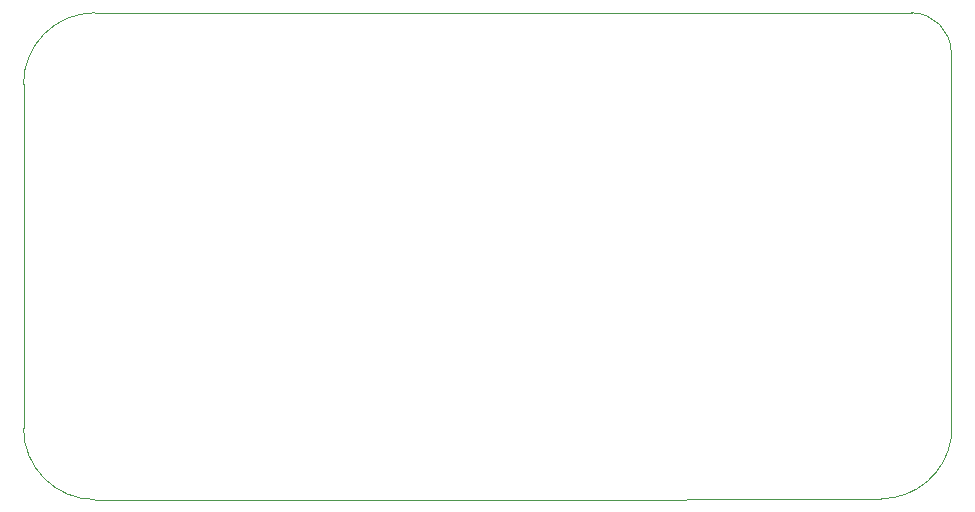
<source format=gm1>
%TF.GenerationSoftware,KiCad,Pcbnew,(5.1.12)-1*%
%TF.CreationDate,2021-12-30T22:51:29-05:00*%
%TF.ProjectId,4keymacropad,346b6579-6d61-4637-926f-7061642e6b69,rev?*%
%TF.SameCoordinates,Original*%
%TF.FileFunction,Profile,NP*%
%FSLAX46Y46*%
G04 Gerber Fmt 4.6, Leading zero omitted, Abs format (unit mm)*
G04 Created by KiCad (PCBNEW (5.1.12)-1) date 2021-12-30 22:51:29*
%MOMM*%
%LPD*%
G01*
G04 APERTURE LIST*
%TA.AperFunction,Profile*%
%ADD10C,0.050000*%
%TD*%
G04 APERTURE END LIST*
D10*
X101219000Y-112204500D02*
G75*
G02*
X95186500Y-106172000I0J6032500D01*
G01*
X95186500Y-77025500D02*
G75*
G02*
X101219000Y-70993000I6032500J0D01*
G01*
X173733686Y-106997155D02*
G75*
G02*
X167767000Y-112141000I-5966686J888655D01*
G01*
X173733686Y-106997155D02*
X173736000Y-74358500D01*
X134620000Y-70993000D02*
X170370500Y-70993000D01*
X134493000Y-112204500D02*
X167767000Y-112141000D01*
X170370500Y-70993000D02*
G75*
G02*
X173736000Y-74358500I0J-3365500D01*
G01*
X101219000Y-70993000D02*
X104838500Y-70993000D01*
X95186500Y-106172000D02*
X95186500Y-77025500D01*
X101219000Y-112204500D02*
X104965500Y-112204500D01*
X134620000Y-70993000D02*
X104838500Y-70993000D01*
X134493000Y-112204500D02*
X104965500Y-112204500D01*
M02*

</source>
